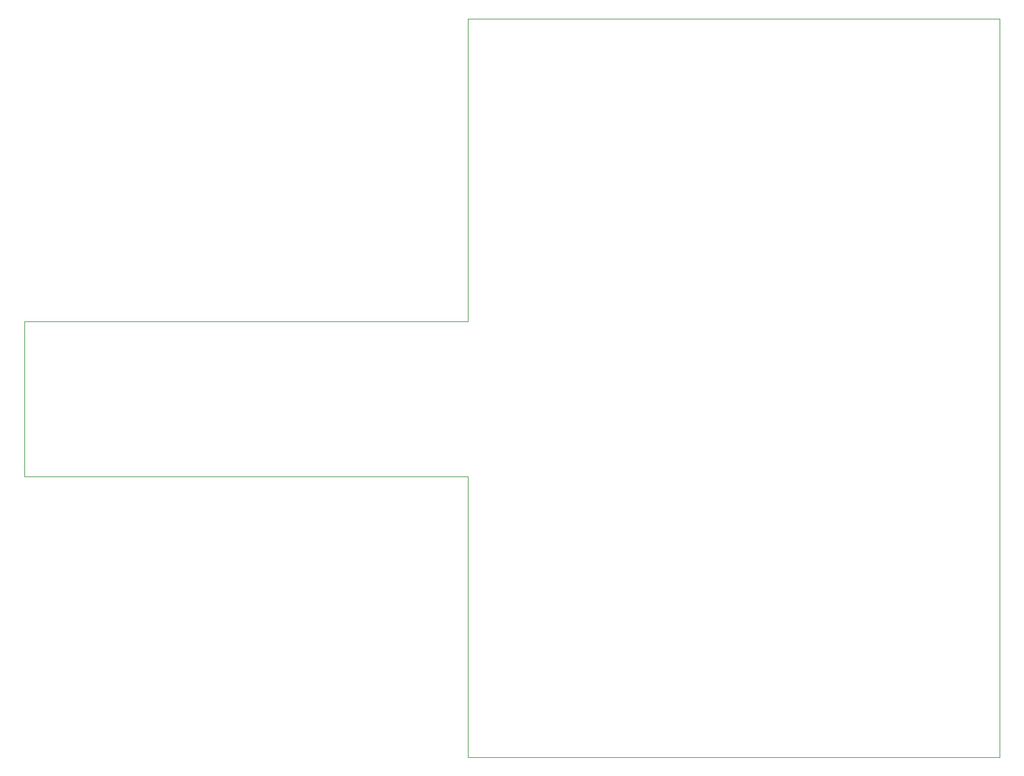
<source format=gbr>
G04 #@! TF.GenerationSoftware,KiCad,Pcbnew,5.1.5+dfsg1-2build2*
G04 #@! TF.CreationDate,2021-09-05T22:16:52+01:00*
G04 #@! TF.ProjectId,pak_breakout,70616b5f-6272-4656-916b-6f75742e6b69,rev?*
G04 #@! TF.SameCoordinates,Original*
G04 #@! TF.FileFunction,Profile,NP*
%FSLAX46Y46*%
G04 Gerber Fmt 4.6, Leading zero omitted, Abs format (unit mm)*
G04 Created by KiCad (PCBNEW 5.1.5+dfsg1-2build2) date 2021-09-05 22:16:52*
%MOMM*%
%LPD*%
G04 APERTURE LIST*
%ADD10C,0.050000*%
G04 APERTURE END LIST*
D10*
X327000000Y-247000000D02*
X330000000Y-247000000D01*
X363000000Y-247000000D02*
X373000000Y-247000000D01*
X445000000Y-285000000D02*
X435000000Y-285000000D01*
X445000000Y-185000000D02*
X445000000Y-285000000D01*
X373000000Y-185000000D02*
X445000000Y-185000000D01*
X373000000Y-192000000D02*
X373000000Y-185000000D01*
X373000000Y-226000000D02*
X373000000Y-192000000D01*
X363000000Y-226000000D02*
X373000000Y-226000000D01*
X373000000Y-285000000D02*
X435000000Y-285000000D01*
X373000000Y-247000000D02*
X373000000Y-285000000D01*
X330000000Y-247000000D02*
X363000000Y-247000000D01*
X313000000Y-247000000D02*
X327000000Y-247000000D01*
X313000000Y-226000000D02*
X313000000Y-247000000D01*
X363000000Y-226000000D02*
X313000000Y-226000000D01*
M02*

</source>
